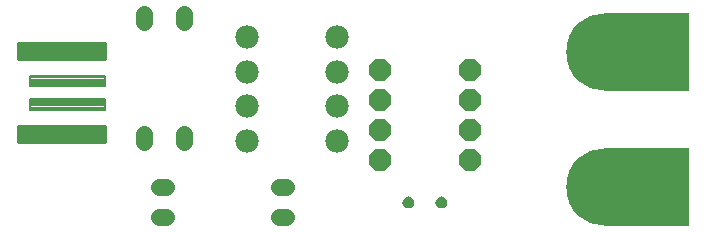
<source format=gbr>
G04 EAGLE Gerber RS-274X export*
G75*
%MOMM*%
%FSLAX34Y34*%
%LPD*%
%INSoldermask Top*%
%IPPOS*%
%AMOC8*
5,1,8,0,0,1.08239X$1,22.5*%
G01*
%ADD10C,0.256253*%
%ADD11C,0.198000*%
%ADD12P,1.979475X8X292.500000*%
%ADD13C,1.422400*%
%ADD14C,1.981200*%
%ADD15C,6.553200*%
%ADD16R,7.112000X6.604000*%

G36*
X356836Y39427D02*
X356836Y39427D01*
X356911Y39424D01*
X357887Y39526D01*
X357935Y39540D01*
X358025Y39556D01*
X358954Y39872D01*
X358998Y39897D01*
X359083Y39933D01*
X359918Y40447D01*
X359955Y40481D01*
X360030Y40535D01*
X360730Y41223D01*
X360759Y41264D01*
X360819Y41333D01*
X361348Y42160D01*
X361367Y42206D01*
X361411Y42287D01*
X361743Y43210D01*
X361751Y43260D01*
X361776Y43349D01*
X361894Y44323D01*
X361891Y44373D01*
X361895Y44459D01*
X361800Y45461D01*
X361786Y45510D01*
X361770Y45600D01*
X361454Y46556D01*
X361430Y46601D01*
X361395Y46685D01*
X360873Y47546D01*
X360840Y47584D01*
X360787Y47659D01*
X360087Y48383D01*
X360046Y48412D01*
X359977Y48473D01*
X359134Y49023D01*
X359088Y49043D01*
X359007Y49087D01*
X358063Y49435D01*
X358013Y49444D01*
X357925Y49469D01*
X356927Y49599D01*
X356884Y49597D01*
X356758Y49598D01*
X355747Y49459D01*
X355699Y49443D01*
X355609Y49424D01*
X354654Y49062D01*
X354611Y49036D01*
X354527Y48998D01*
X353677Y48433D01*
X353640Y48398D01*
X353568Y48341D01*
X352864Y47602D01*
X352836Y47559D01*
X352778Y47488D01*
X352257Y46610D01*
X352239Y46563D01*
X352198Y46481D01*
X351885Y45509D01*
X351878Y45459D01*
X351857Y45370D01*
X351768Y44352D01*
X351773Y44302D01*
X351772Y44211D01*
X351903Y43247D01*
X351919Y43199D01*
X351938Y43110D01*
X352280Y42199D01*
X352306Y42156D01*
X352345Y42073D01*
X352882Y41261D01*
X352917Y41225D01*
X352973Y41152D01*
X353677Y40480D01*
X353719Y40453D01*
X353790Y40394D01*
X354626Y39896D01*
X354673Y39878D01*
X354755Y39838D01*
X355681Y39538D01*
X355731Y39531D01*
X355820Y39509D01*
X356789Y39423D01*
X356836Y39427D01*
G37*
G36*
X328845Y39427D02*
X328845Y39427D01*
X328920Y39424D01*
X329896Y39526D01*
X329944Y39540D01*
X330034Y39556D01*
X330963Y39872D01*
X331007Y39897D01*
X331092Y39933D01*
X331927Y40447D01*
X331964Y40481D01*
X332039Y40535D01*
X332739Y41223D01*
X332768Y41264D01*
X332828Y41333D01*
X333357Y42160D01*
X333376Y42206D01*
X333420Y42287D01*
X333752Y43210D01*
X333760Y43260D01*
X333785Y43349D01*
X333903Y44323D01*
X333900Y44373D01*
X333904Y44459D01*
X333809Y45461D01*
X333795Y45510D01*
X333779Y45600D01*
X333463Y46556D01*
X333439Y46601D01*
X333404Y46685D01*
X332882Y47546D01*
X332849Y47584D01*
X332796Y47659D01*
X332096Y48383D01*
X332055Y48412D01*
X331986Y48473D01*
X331143Y49023D01*
X331097Y49043D01*
X331016Y49087D01*
X330072Y49435D01*
X330022Y49444D01*
X329934Y49469D01*
X328936Y49599D01*
X328893Y49597D01*
X328767Y49598D01*
X327756Y49459D01*
X327708Y49443D01*
X327618Y49424D01*
X326663Y49062D01*
X326620Y49036D01*
X326536Y48998D01*
X325686Y48433D01*
X325649Y48398D01*
X325577Y48341D01*
X324873Y47602D01*
X324845Y47559D01*
X324787Y47488D01*
X324266Y46610D01*
X324248Y46563D01*
X324207Y46481D01*
X323894Y45509D01*
X323887Y45459D01*
X323866Y45370D01*
X323777Y44352D01*
X323782Y44302D01*
X323781Y44211D01*
X323912Y43247D01*
X323928Y43199D01*
X323947Y43110D01*
X324289Y42199D01*
X324315Y42156D01*
X324354Y42073D01*
X324891Y41261D01*
X324926Y41225D01*
X324982Y41152D01*
X325686Y40480D01*
X325728Y40453D01*
X325799Y40394D01*
X326635Y39896D01*
X326682Y39878D01*
X326764Y39838D01*
X327690Y39538D01*
X327740Y39531D01*
X327829Y39509D01*
X328798Y39423D01*
X328845Y39427D01*
G37*
D10*
X72027Y95613D02*
X-1427Y95613D01*
X-1427Y109067D01*
X72027Y109067D01*
X72027Y95613D01*
X72027Y98048D02*
X-1427Y98048D01*
X-1427Y100483D02*
X72027Y100483D01*
X72027Y102918D02*
X-1427Y102918D01*
X-1427Y105353D02*
X72027Y105353D01*
X72027Y107788D02*
X-1427Y107788D01*
D11*
X8290Y122830D02*
X72310Y122830D01*
X8290Y122830D02*
X8290Y131850D01*
X72310Y131850D01*
X72310Y122830D01*
X72310Y124711D02*
X8290Y124711D01*
X8290Y126592D02*
X72310Y126592D01*
X72310Y128473D02*
X8290Y128473D01*
X8290Y130354D02*
X72310Y130354D01*
X72310Y142830D02*
X8290Y142830D01*
X8290Y151850D01*
X72310Y151850D01*
X72310Y142830D01*
X72310Y144711D02*
X8290Y144711D01*
X8290Y146592D02*
X72310Y146592D01*
X72310Y148473D02*
X8290Y148473D01*
X8290Y150354D02*
X72310Y150354D01*
D10*
X72027Y165613D02*
X-1427Y165613D01*
X-1427Y179067D01*
X72027Y179067D01*
X72027Y165613D01*
X72027Y168048D02*
X-1427Y168048D01*
X-1427Y170483D02*
X72027Y170483D01*
X72027Y172918D02*
X-1427Y172918D01*
X-1427Y175353D02*
X72027Y175353D01*
X72027Y177788D02*
X-1427Y177788D01*
D12*
X380580Y156390D03*
X380580Y130990D03*
X380580Y105590D03*
X380580Y80190D03*
X304380Y80190D03*
X304380Y105590D03*
X304380Y130990D03*
X304380Y156390D03*
D13*
X138530Y102542D02*
X138530Y95938D01*
X138530Y197538D02*
X138530Y204142D01*
X105080Y102542D02*
X105080Y95938D01*
X105080Y197538D02*
X105080Y204142D01*
D14*
X191770Y155160D03*
X267970Y155160D03*
X191770Y184510D03*
X267970Y184510D03*
X191770Y96880D03*
X267970Y96880D03*
X191770Y126090D03*
X267970Y126090D03*
D15*
X495300Y171450D03*
D16*
X530860Y171450D03*
D15*
X495300Y57150D03*
D16*
X530860Y57150D03*
D13*
X225552Y57150D02*
X218948Y57150D01*
X123952Y57150D02*
X117348Y57150D01*
X218948Y31750D02*
X225552Y31750D01*
X123952Y31750D02*
X117348Y31750D01*
M02*

</source>
